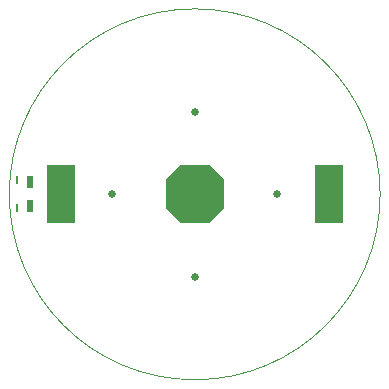
<source format=gbr>
G04 GENERATED BY PULSONIX 8.5 GERBER.DLL 5900*
G04 #@! TF.Part,Single*
%FSLAX35Y35*%
%LPD*%
%MOIN*%
G04 #@! TF.FileFunction,Paste,Bot*
G04 #@! TA.AperFunction,Profile*
%ADD10C,0.00001*%
G04 #@! TA.AperFunction,SMDPad*
%ADD323R,0.01969X0.03898*%
%ADD324R,0.00984X0.02756*%
%ADD325R,0.09252X0.19488*%
%AMT326*0 Chamfered Rectangle pad*4,1,8,0.04799,0.09547,-0.04799,0.09547,-0.09547,0.04799,-0.09547,-0.04799,-0.04799,-0.09547,0.04799,-0.09547,0.09547,-0.04799,0.09547,0.04799,0.04799,0.09547,0*%
%ADD326T326*%
%ADD327C,0.02559*%
X0Y0D02*
D02*
D10*
X61811Y123622D02*
G75*
G03Y0J-61811D01*
G01*
G75*
G03Y123622J61811*
G01*
D02*
D323*
X6870Y57756D03*
Y65866D03*
D02*
D324*
X2559Y57185D03*
Y66437D03*
D02*
D325*
X17126Y61811D03*
X106496D03*
D02*
D326*
X61811D03*
D02*
D327*
X34252D03*
X61811Y34252D03*
Y89370D03*
X89370Y61811D03*
X0Y0D02*
M02*

</source>
